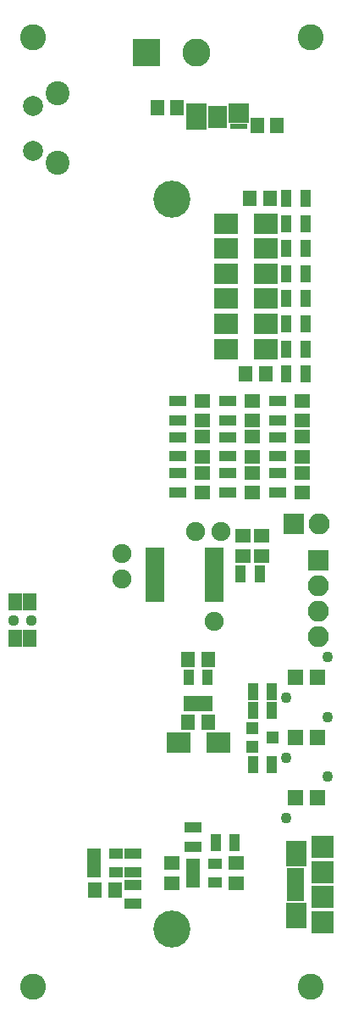
<source format=gbr>
G04 #@! TF.FileFunction,Soldermask,Top*
%FSLAX46Y46*%
G04 Gerber Fmt 4.6, Leading zero omitted, Abs format (unit mm)*
G04 Created by KiCad (PCBNEW 4.0.7) date 02/23/18 16:34:00*
%MOMM*%
%LPD*%
G01*
G04 APERTURE LIST*
%ADD10C,0.100000*%
%ADD11C,2.400000*%
%ADD12C,2.000000*%
%ADD13R,2.800000X2.800000*%
%ADD14C,2.800000*%
%ADD15R,1.900000X0.850000*%
%ADD16C,3.700000*%
%ADD17R,1.600000X1.600000*%
%ADD18C,1.100000*%
%ADD19R,1.450000X1.800000*%
%ADD20C,1.120000*%
%ADD21R,1.740000X0.540000*%
%ADD22R,2.000000X0.800000*%
%ADD23R,1.970000X2.290000*%
%ADD24R,1.750000X0.800000*%
%ADD25R,2.000000X2.500000*%
%ADD26R,2.300000X2.200000*%
%ADD27R,2.300000X2.300000*%
%ADD28C,2.600000*%
%ADD29R,1.650000X1.400000*%
%ADD30R,1.400000X1.650000*%
%ADD31R,2.100000X2.100000*%
%ADD32O,2.100000X2.100000*%
%ADD33R,1.300000X1.200000*%
%ADD34R,1.700000X1.100000*%
%ADD35R,1.100000X1.700000*%
%ADD36R,1.460000X1.050000*%
%ADD37R,1.050000X1.620000*%
%ADD38R,2.400000X2.100000*%
%ADD39C,1.900000*%
G04 APERTURE END LIST*
D10*
D11*
X216290000Y-68745000D03*
D12*
X213800000Y-74500000D03*
X213800000Y-70000000D03*
D11*
X216290000Y-75755000D03*
D13*
X225200000Y-64700000D03*
D14*
X230200000Y-64700000D03*
D15*
X231950000Y-119125000D03*
X231950000Y-118475000D03*
X231950000Y-117825000D03*
X231950000Y-117175000D03*
X231950000Y-116525000D03*
X231950000Y-115875000D03*
X231950000Y-115225000D03*
X231950000Y-114575000D03*
X226050000Y-114575000D03*
X226050000Y-115225000D03*
X226050000Y-115875000D03*
X226050000Y-116525000D03*
X226050000Y-117175000D03*
X226050000Y-117825000D03*
X226050000Y-118475000D03*
X226050000Y-119125000D03*
D16*
X227700000Y-152250000D03*
X227700000Y-79350000D03*
D17*
X242300000Y-139100000D03*
X240100000Y-139100000D03*
D18*
X243250000Y-137050000D03*
X239150000Y-141150000D03*
D19*
X213525000Y-119600000D03*
X213525000Y-123200000D03*
X212075000Y-119600000D03*
X212075000Y-123200000D03*
D20*
X211900000Y-121400000D03*
X213700000Y-121400000D03*
D21*
X234400000Y-72075000D03*
D22*
X234400000Y-71425000D03*
X234400000Y-70775000D03*
X234400000Y-70125000D03*
X230200000Y-70125000D03*
X230200000Y-70775000D03*
X230200000Y-71425000D03*
X230200000Y-72075000D03*
D23*
X232300000Y-71100000D03*
D24*
X240075000Y-149100000D03*
X240075000Y-148450000D03*
X240075000Y-147800000D03*
X240075000Y-147150000D03*
X240075000Y-146500000D03*
D25*
X240200000Y-150900000D03*
X240200000Y-144700000D03*
D26*
X242750000Y-151600000D03*
X242750000Y-144000000D03*
D27*
X242750000Y-149000000D03*
X242750000Y-146600000D03*
D28*
X241600000Y-158000000D03*
X213800000Y-158000000D03*
X213800000Y-63200000D03*
D29*
X234150000Y-147650000D03*
X234150000Y-145650000D03*
D30*
X222000000Y-148400000D03*
X220000000Y-148400000D03*
X229350000Y-131600000D03*
X231350000Y-131600000D03*
D29*
X227750000Y-147650000D03*
X227750000Y-145650000D03*
X236650000Y-115000000D03*
X236650000Y-113000000D03*
X234850000Y-115000000D03*
X234850000Y-113000000D03*
D30*
X229350000Y-125350000D03*
X231350000Y-125350000D03*
D29*
X240775000Y-106675000D03*
X240775000Y-108675000D03*
X235775000Y-106675000D03*
X235775000Y-108675000D03*
X230775000Y-106675000D03*
X230775000Y-108675000D03*
X240775000Y-103075000D03*
X240775000Y-105075000D03*
X235775000Y-103075000D03*
X235775000Y-105075000D03*
X230775000Y-103075000D03*
X230775000Y-105075000D03*
X240775000Y-99475000D03*
X240775000Y-101475000D03*
X235775000Y-99475000D03*
X235775000Y-101475000D03*
X230775000Y-99475000D03*
X230775000Y-101475000D03*
D30*
X235100000Y-96800000D03*
X237100000Y-96800000D03*
X237500000Y-79300000D03*
X235500000Y-79300000D03*
X236250000Y-71950000D03*
X238250000Y-71950000D03*
X228250000Y-70250000D03*
X226250000Y-70250000D03*
D31*
X242400000Y-115400000D03*
D32*
X242400000Y-117940000D03*
X242400000Y-120480000D03*
X242400000Y-123020000D03*
D33*
X235750000Y-132150000D03*
X235750000Y-134050000D03*
X237750000Y-133100000D03*
D34*
X223850000Y-149750000D03*
X223850000Y-147850000D03*
X223850000Y-146600000D03*
X223850000Y-144700000D03*
X229850000Y-142100000D03*
X229850000Y-144000000D03*
D35*
X237700000Y-130400000D03*
X235800000Y-130400000D03*
X235800000Y-135800000D03*
X237700000Y-135800000D03*
X232100000Y-143650000D03*
X234000000Y-143650000D03*
X236500000Y-116750000D03*
X234600000Y-116750000D03*
D34*
X238275000Y-106725000D03*
X238275000Y-108625000D03*
X233275000Y-106725000D03*
X233275000Y-108625000D03*
X228275000Y-106725000D03*
X228275000Y-108625000D03*
X238275000Y-103125000D03*
X238275000Y-105025000D03*
X233275000Y-103125000D03*
X233275000Y-105025000D03*
X228275000Y-103125000D03*
X228275000Y-105025000D03*
D35*
X237700000Y-128550000D03*
X235800000Y-128550000D03*
D34*
X238275000Y-99525000D03*
X238275000Y-101425000D03*
X233275000Y-99525000D03*
X233275000Y-101425000D03*
X228275000Y-99525000D03*
X228275000Y-101425000D03*
D35*
X241050000Y-89300000D03*
X239150000Y-89300000D03*
X241050000Y-91800000D03*
X239150000Y-91800000D03*
X241050000Y-94300000D03*
X239150000Y-94300000D03*
X241050000Y-96800000D03*
X239150000Y-96800000D03*
X241050000Y-79300000D03*
X239150000Y-79300000D03*
X241050000Y-81800000D03*
X239150000Y-81800000D03*
X241050000Y-84300000D03*
X239150000Y-84300000D03*
X241050000Y-86800000D03*
X239150000Y-86800000D03*
D36*
X219900000Y-144700000D03*
X219900000Y-145650000D03*
X219900000Y-146600000D03*
X222100000Y-146600000D03*
X222100000Y-144700000D03*
X229850000Y-145700000D03*
X229850000Y-146650000D03*
X229850000Y-147600000D03*
X232050000Y-147600000D03*
X232050000Y-145700000D03*
D37*
X229400000Y-129760000D03*
X230350000Y-129760000D03*
X231300000Y-129760000D03*
X231300000Y-127140000D03*
X229400000Y-127140000D03*
D38*
X232350000Y-133650000D03*
X228350000Y-133650000D03*
X237100000Y-94300000D03*
X233100000Y-94300000D03*
X237100000Y-91800000D03*
X233100000Y-91800000D03*
X237100000Y-89300000D03*
X233100000Y-89300000D03*
X233150000Y-86800000D03*
X237150000Y-86800000D03*
X233100000Y-84300000D03*
X237100000Y-84300000D03*
X233100000Y-81800000D03*
X237100000Y-81800000D03*
D39*
X231950000Y-121550000D03*
X222750000Y-117300000D03*
X222750000Y-114750000D03*
X230050000Y-112550000D03*
X232650000Y-112550000D03*
D28*
X241600000Y-63200000D03*
D17*
X242300000Y-133100000D03*
X240100000Y-133100000D03*
D18*
X243250000Y-131050000D03*
X239150000Y-135150000D03*
D17*
X242300000Y-127100000D03*
X240100000Y-127100000D03*
D18*
X243250000Y-125050000D03*
X239150000Y-129150000D03*
D31*
X239900000Y-111750000D03*
D32*
X242440000Y-111750000D03*
M02*

</source>
